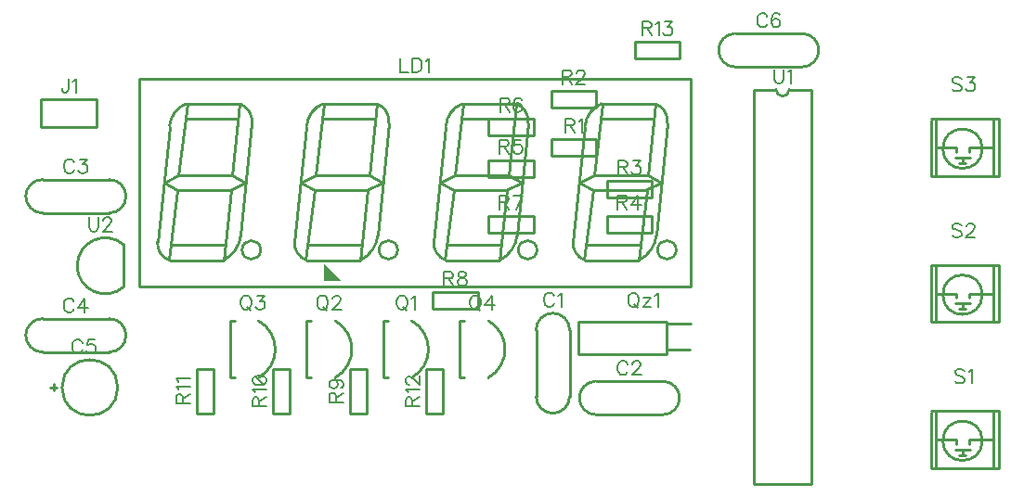
<source format=gbr>
G04 DipTrace 3.3.1.3*
G04 TopSilk.gbr*
%MOIN*%
G04 #@! TF.FileFunction,Legend,Top*
G04 #@! TF.Part,Single*
%ADD10C,0.009843*%
%ADD44C,0.00772*%
%FSLAX26Y26*%
G04*
G70*
G90*
G75*
G01*
G04 TopSilk*
%LPD*%
X2308701Y886321D2*
D10*
Y1126081D1*
X2428701Y886321D2*
Y1126081D1*
G03X2308701Y1126081I-60000J120D01*
G01*
Y886321D2*
G03X2428701Y886321I60000J-120D01*
G01*
X2763581Y821201D2*
X2523821D1*
X2763581Y941201D2*
X2523821D1*
G03X2523821Y821201I-120J-60000D01*
G01*
X2763581D2*
G03X2763581Y941201I120J60000D01*
G01*
X776081Y1546201D2*
X536321D1*
X776081Y1666201D2*
X536321D1*
G03X536321Y1546201I-120J-60000D01*
G01*
X776081D2*
G03X776081Y1666201I120J60000D01*
G01*
Y1046201D2*
X536321D1*
X776081Y1166201D2*
X536321D1*
G03X536321Y1046201I-120J-60000D01*
G01*
X776081D2*
G03X776081Y1166201I120J60000D01*
G01*
X576320Y906881D2*
Y930521D1*
X564501Y918701D2*
X588114D1*
X606265D2*
G02X606265Y918701I99965J0D01*
G01*
X3023821Y2191201D2*
X3263581D1*
X3023821Y2071201D2*
X3263581D1*
G03X3263581Y2191201I120J60000D01*
G01*
X3023821D2*
G03X3023821Y2071201I-120J-60000D01*
G01*
X531201Y1956201D2*
Y1856201D1*
X731201Y1956201D2*
X531201D1*
X731201D2*
Y1856201D1*
X531201D1*
X882480Y2029429D2*
X2862795D1*
Y1281398D1*
X882480D1*
Y2029429D1*
X1051797Y1938843D2*
G03X992784Y1860150I34386J-87261D01*
G01*
G36*
X1547866Y1301071D2*
Y1364055D1*
X1610840Y1301071D1*
X1547866D1*
G37*
X949415Y1442823D2*
D10*
X992784Y1856185D1*
X1248641Y1466461D2*
X1288049Y1868004D1*
X1024271Y1682941D2*
X1055758Y1938843D1*
X1244680D2*
G02X1288049Y1868004I-23279J-62947D01*
G01*
X992784Y1375874D2*
G02X949415Y1442823I20868J61039D01*
G01*
X1244680Y1938843D2*
X1217154Y1682941D1*
X1051797Y1938843D2*
X1244680D1*
X992784Y1375874D2*
X1185667D1*
X1024271Y1682941D2*
X972981Y1655413D1*
X1020310Y1627886D2*
X972981Y1655413D1*
X1020310Y1627886D2*
X988823Y1379839D1*
X1020310Y1627886D2*
X1209232D1*
X1264285Y1655413D1*
X1024271Y1682941D2*
X1217154D1*
X1264285Y1655413D1*
X1213193Y1627886D2*
X1185667Y1375874D1*
G03X1248641Y1466461I-52336J103566D01*
G01*
X1051797Y1883787D2*
X1236759D1*
X996744Y1431004D2*
X1189627D1*
X1252601Y1413313D2*
G02X1252601Y1413313I33467J0D01*
G01*
X1543906Y1938843D2*
G03X1484892Y1860150I34386J-87261D01*
G01*
X1441523Y1442823D2*
X1484892Y1856185D1*
X1740749Y1466461D2*
X1780157Y1868004D1*
X1516379Y1682941D2*
X1547866Y1938843D1*
X1736788D2*
G02X1780157Y1868004I-23279J-62947D01*
G01*
X1484892Y1375874D2*
G02X1441523Y1442823I20868J61039D01*
G01*
X1736788Y1938843D2*
X1709262Y1682941D1*
X1543906Y1938843D2*
X1736788D1*
X1484892Y1375874D2*
X1677775D1*
X1516379Y1682941D2*
X1465089Y1655413D1*
X1512419Y1627886D2*
X1465089Y1655413D1*
X1512419Y1627886D2*
X1480931Y1379839D1*
X1512419Y1627886D2*
X1701341D1*
X1756591Y1655413D1*
X1516379Y1682941D2*
X1709262D1*
X1756591Y1655413D1*
X1705301Y1627886D2*
X1677775Y1375874D1*
G03X1740749Y1466461I-52336J103566D01*
G01*
X1543906Y1883787D2*
X1728867D1*
X1488853Y1431004D2*
X1681735D1*
X1744709Y1413313D2*
G02X1744709Y1413313I33467J0D01*
G01*
X2043935Y1938843D2*
G03X1984922Y1860150I32773J-86051D01*
G01*
X1941553Y1442823D2*
X1984922Y1856185D1*
X2240778Y1466461D2*
X2280187Y1868004D1*
X2016409Y1682941D2*
X2047896Y1938843D1*
X2236818D2*
G02X2280187Y1868004I-23279J-62947D01*
G01*
X1984922Y1375874D2*
G02X1941553Y1442823I20868J61039D01*
G01*
X2236818Y1938843D2*
X2209291Y1682941D1*
X2043935Y1938843D2*
X2236818D1*
X1984922Y1375874D2*
X2177804D1*
X2016409Y1682941D2*
X1965119Y1655413D1*
X2012448Y1627886D2*
X1965119Y1655413D1*
X2012448Y1627886D2*
X1980961Y1379839D1*
X2012448Y1627886D2*
X2201370D1*
X2256423Y1655413D1*
X2016409Y1682941D2*
X2209291D1*
X2256423Y1655413D1*
X2205331Y1627886D2*
X2177804Y1375874D1*
G03X2240778Y1466461I-52336J103566D01*
G01*
X2043935Y1883787D2*
X2228896D1*
X1988684Y1431004D2*
X2181765D1*
X2244739Y1413313D2*
G02X2244739Y1413313I33467J0D01*
G01*
X2543965Y1938843D2*
G03X2484753Y1860150I34031J-87229D01*
G01*
X2441582Y1442823D2*
X2484753Y1856185D1*
X2740808Y1466461D2*
X2780216Y1868004D1*
X2516240Y1682941D2*
X2547925Y1938843D1*
X2736847D2*
G02X2780216Y1868004I-23279J-62947D01*
G01*
X2484753Y1375874D2*
G02X2441582Y1442823I21162J61039D01*
G01*
X2736847Y1938843D2*
X2709321Y1682941D1*
X2543965Y1938843D2*
X2736847D1*
X2484753Y1375874D2*
X2677834D1*
X2516240Y1682941D2*
X2465148Y1655413D1*
X2512478Y1627886D2*
X2465148Y1655413D1*
X2512478Y1627886D2*
X2480991Y1379839D1*
X2512478Y1627886D2*
X2701400D1*
X2756452Y1655413D1*
X2516240Y1682941D2*
X2709321D1*
X2756452Y1655413D1*
X2705360Y1627886D2*
X2677834Y1375874D1*
G03X2740808Y1466461I-52336J103566D01*
G01*
X2543965Y1883787D2*
X2728926D1*
X2488714Y1431004D2*
X2681596D1*
X2744769Y1413313D2*
G02X2744769Y1413313I33467J0D01*
G01*
X1862010Y1158555D2*
G02X1862010Y953846I-57324J-102355D01*
G01*
X1759646Y985323D2*
Y1131004D1*
X1775394Y1158555D2*
X1759646D1*
Y1131004D1*
X1775394Y953846D2*
X1759646D1*
Y989273D1*
X1587010Y1158555D2*
G02X1587010Y953846I-57324J-102355D01*
G01*
X1484646Y985323D2*
Y1131004D1*
X1500394Y1158555D2*
X1484646D1*
Y1131004D1*
X1500394Y953846D2*
X1484646D1*
Y989273D1*
X1312010Y1158555D2*
G02X1312010Y953846I-57324J-102355D01*
G01*
X1209646Y985323D2*
Y1131004D1*
X1225394Y1158555D2*
X1209646D1*
Y1131004D1*
X1225394Y953846D2*
X1209646D1*
Y989273D1*
X2137010Y1158555D2*
G02X2137010Y953846I-57324J-102355D01*
G01*
X2034646Y985323D2*
Y1131004D1*
X2050394Y1158555D2*
X2034646D1*
Y1131004D1*
X2050394Y953846D2*
X2034646D1*
Y989273D1*
X2776774Y1038093D2*
X2461811D1*
Y1156208D1*
X2776774D1*
Y1038093D1*
X2859460Y1053840D2*
X2776774D1*
X2863383Y1148334D2*
X2776774D1*
X2363551Y1811201D2*
Y1751201D1*
X2523851Y1811201D2*
X2363551D1*
X2523851D2*
Y1751201D1*
X2363551D1*
Y1986201D2*
Y1926201D1*
X2523851Y1986201D2*
X2363551D1*
X2523851D2*
Y1926201D1*
X2363551D1*
X2563551Y1661201D2*
Y1601201D1*
X2723851Y1661201D2*
X2563551D1*
X2723851D2*
Y1601201D1*
X2563551D1*
Y1536201D2*
Y1476201D1*
X2723851Y1536201D2*
X2563551D1*
X2723851D2*
Y1476201D1*
X2563551D1*
X2138551Y1736201D2*
Y1676201D1*
X2298851Y1736201D2*
X2138551D1*
X2298851D2*
Y1676201D1*
X2138551D1*
Y1886201D2*
Y1826201D1*
X2298851Y1886201D2*
X2138551D1*
X2298851D2*
Y1826201D1*
X2138551D1*
Y1536201D2*
Y1476201D1*
X2298851Y1536201D2*
X2138551D1*
X2298851D2*
Y1476201D1*
X2138551D1*
X1938551Y1261201D2*
Y1201201D1*
X2098851Y1261201D2*
X1938551D1*
X2098851D2*
Y1201201D1*
X1938551D1*
X1638701Y826051D2*
X1698701D1*
X1638701Y986351D2*
Y826051D1*
Y986351D2*
X1698701D1*
Y826051D1*
X1363701D2*
X1423701D1*
X1363701Y986351D2*
Y826051D1*
Y986351D2*
X1423701D1*
Y826051D1*
X1088701D2*
X1148701D1*
X1088701Y986351D2*
Y826051D1*
Y986351D2*
X1148701D1*
Y826051D1*
X1913701D2*
X1973701D1*
X1913701Y986351D2*
Y826051D1*
Y986351D2*
X1973701D1*
Y826051D1*
X2823851Y2101201D2*
Y2161201D1*
X2663551Y2101201D2*
X2823851D1*
X2663551D2*
Y2161201D1*
X2823851D1*
X3725598Y829618D2*
Y632784D1*
X3969679Y833567D2*
X3725598D1*
X3969679Y628834D2*
X3725598D1*
X3969679Y833531D2*
Y628834D1*
X3768886Y727269D2*
G02X3768886Y727269I70877J0D01*
G01*
X3745286Y829618D2*
Y632784D1*
X3949991Y829618D2*
Y632784D1*
X3946053Y731201D2*
X3902765D1*
X3816137D2*
X3745286D1*
X3863389D2*
X3902765D1*
X3812200Y695762D2*
X3867327D1*
X3816137Y715438D2*
Y731201D1*
X3863389Y715438D2*
Y731201D1*
X3839763Y695762D2*
Y680035D1*
X3827950Y676086D2*
X3851576D1*
X3725598Y1354618D2*
Y1157784D1*
X3969679Y1358567D2*
X3725598D1*
X3969679Y1153834D2*
X3725598D1*
X3969679Y1358531D2*
Y1153834D1*
X3768886Y1252269D2*
G02X3768886Y1252269I70877J0D01*
G01*
X3745286Y1354618D2*
Y1157784D1*
X3949991Y1354618D2*
Y1157784D1*
X3946053Y1256201D2*
X3902765D1*
X3816137D2*
X3745286D1*
X3863389D2*
X3902765D1*
X3812200Y1220762D2*
X3867327D1*
X3816137Y1240438D2*
Y1256201D1*
X3863389Y1240438D2*
Y1256201D1*
X3839763Y1220762D2*
Y1205035D1*
X3827950Y1201086D2*
X3851576D1*
X3725598Y1879618D2*
Y1682784D1*
X3969679Y1883567D2*
X3725598D1*
X3969679Y1678834D2*
X3725598D1*
X3969679Y1883531D2*
Y1678834D1*
X3768886Y1777269D2*
G02X3768886Y1777269I70877J0D01*
G01*
X3745286Y1879618D2*
Y1682784D1*
X3949991Y1879618D2*
Y1682784D1*
X3946053Y1781201D2*
X3902765D1*
X3816137D2*
X3745286D1*
X3863389D2*
X3902765D1*
X3812200Y1745762D2*
X3867327D1*
X3816137Y1765438D2*
Y1781201D1*
X3863389Y1765438D2*
Y1781201D1*
X3839763Y1745762D2*
Y1730035D1*
X3827950Y1726086D2*
X3851576D1*
X3091337Y1989862D2*
Y572539D1*
X3296065Y1989862D2*
Y572539D1*
X3091337D2*
X3296065D1*
X3091337Y1989862D2*
X3170070D1*
X3296065D2*
X3217332D1*
X3170070D2*
G03X3217332Y1989862I23631J103D01*
G01*
X828093Y1280580D2*
G02X828093Y1431821I-66569J75620D01*
G01*
Y1280580D1*
X2372919Y1247486D2*
D44*
X2370543Y1252239D1*
X2365734Y1257047D1*
X2360981Y1259424D1*
X2351420D1*
X2346611Y1257047D1*
X2341858Y1252239D1*
X2339426Y1247486D1*
X2337049Y1240301D1*
Y1228307D1*
X2339426Y1221177D1*
X2341858Y1216369D1*
X2346611Y1211616D1*
X2351420Y1209184D1*
X2360981D1*
X2365734Y1211616D1*
X2370543Y1216369D1*
X2372919Y1221177D1*
X2388359Y1249807D2*
X2393167Y1252239D1*
X2400352Y1259369D1*
Y1209184D1*
X2637169Y1002486D2*
X2634793Y1007239D1*
X2629984Y1012047D1*
X2625231Y1014424D1*
X2615670D1*
X2610861Y1012047D1*
X2606108Y1007239D1*
X2603676Y1002486D1*
X2601300Y995301D1*
Y983307D1*
X2603676Y976177D1*
X2606108Y971369D1*
X2610861Y966616D1*
X2615670Y964184D1*
X2625231D1*
X2629984Y966616D1*
X2634793Y971369D1*
X2637169Y976177D1*
X2655041Y1002430D2*
Y1004807D1*
X2657417Y1009616D1*
X2659794Y1011992D1*
X2664602Y1014369D1*
X2674164D1*
X2678917Y1011992D1*
X2681294Y1009616D1*
X2683725Y1004807D1*
Y1000054D1*
X2681294Y995245D1*
X2676540Y988116D1*
X2652609Y964184D1*
X2686102D1*
X649669Y1727486D2*
X647293Y1732239D1*
X642484Y1737047D1*
X637731Y1739424D1*
X628170D1*
X623361Y1737047D1*
X618608Y1732239D1*
X616176Y1727486D1*
X613800Y1720301D1*
Y1708307D1*
X616176Y1701177D1*
X618608Y1696369D1*
X623361Y1691616D1*
X628170Y1689184D1*
X637731D1*
X642484Y1691616D1*
X647293Y1696369D1*
X649669Y1701177D1*
X669917Y1739369D2*
X696170D1*
X681855Y1720245D1*
X689040D1*
X693794Y1717869D1*
X696170Y1715492D1*
X698602Y1708307D1*
Y1703554D1*
X696170Y1696369D1*
X691417Y1691561D1*
X684232Y1689184D1*
X677047D1*
X669917Y1691561D1*
X667541Y1693992D1*
X665109Y1698746D1*
X648481Y1227486D2*
X646105Y1232239D1*
X641296Y1237047D1*
X636543Y1239424D1*
X626981D1*
X622173Y1237047D1*
X617420Y1232239D1*
X614988Y1227486D1*
X612611Y1220301D1*
Y1208307D1*
X614988Y1201177D1*
X617420Y1196369D1*
X622173Y1191616D1*
X626981Y1189184D1*
X636543D1*
X641296Y1191616D1*
X646105Y1196369D1*
X648481Y1201177D1*
X687852Y1189184D2*
Y1239369D1*
X663920Y1205931D1*
X699790D1*
X678816Y1079986D2*
X676440Y1084739D1*
X671631Y1089547D1*
X666878Y1091924D1*
X657317D1*
X652508Y1089547D1*
X647755Y1084739D1*
X645323Y1079986D1*
X642947Y1072801D1*
Y1060807D1*
X645323Y1053677D1*
X647755Y1048869D1*
X652508Y1044116D1*
X657317Y1041684D1*
X666878D1*
X671631Y1044116D1*
X676440Y1048869D1*
X678816Y1053677D1*
X722941Y1091869D2*
X699064D1*
X696688Y1070369D1*
X699064Y1072745D1*
X706249Y1075177D1*
X713379D1*
X720564Y1072745D1*
X725372Y1067992D1*
X727749Y1060807D1*
Y1056054D1*
X725372Y1048869D1*
X720564Y1044060D1*
X713379Y1041684D1*
X706249D1*
X699064Y1044060D1*
X696688Y1046492D1*
X694256Y1051245D1*
X3138385Y2252486D2*
X3136009Y2257239D1*
X3131200Y2262047D1*
X3126447Y2264424D1*
X3116886D1*
X3112077Y2262047D1*
X3107324Y2257239D1*
X3104892Y2252486D1*
X3102515Y2245301D1*
Y2233307D1*
X3104892Y2226177D1*
X3107324Y2221369D1*
X3112077Y2216616D1*
X3116886Y2214184D1*
X3126447D1*
X3131200Y2216616D1*
X3136009Y2221369D1*
X3138385Y2226177D1*
X3182510Y2257239D2*
X3180133Y2261992D1*
X3172948Y2264369D1*
X3168195D1*
X3161010Y2261992D1*
X3156201Y2254807D1*
X3153825Y2242869D1*
Y2230931D1*
X3156201Y2221369D1*
X3161010Y2216561D1*
X3168195Y2214184D1*
X3170571D1*
X3177701Y2216561D1*
X3182510Y2221369D1*
X3184886Y2228554D1*
Y2230931D1*
X3182510Y2238116D1*
X3177701Y2242869D1*
X3170571Y2245245D1*
X3168195D1*
X3161010Y2242869D1*
X3156201Y2238116D1*
X3153825Y2230931D1*
X629450Y2029424D2*
Y1991177D1*
X627074Y1983992D1*
X624642Y1981616D1*
X619889Y1979184D1*
X615080D1*
X610327Y1981616D1*
X607950Y1983992D1*
X605519Y1991177D1*
Y1995931D1*
X644890Y2019807D2*
X649698Y2022239D1*
X656883Y2029369D1*
Y1979184D1*
X1820113Y2102652D2*
Y2052412D1*
X1848798D1*
X1864237Y2102652D2*
Y2052412D1*
X1880983D1*
X1888169Y2054844D1*
X1892977Y2059597D1*
X1895354Y2064406D1*
X1897730Y2071535D1*
Y2083529D1*
X1895354Y2090714D1*
X1892977Y2095467D1*
X1888169Y2100276D1*
X1880983Y2102652D1*
X1864237D1*
X1913169Y2093035D2*
X1917978Y2095467D1*
X1925163Y2102597D1*
Y2052412D1*
X1822326Y1249109D2*
X1817572Y1246788D1*
X1812764Y1241979D1*
X1810387Y1237171D1*
X1807956Y1229986D1*
Y1218047D1*
X1810387Y1210862D1*
X1812764Y1206109D1*
X1817572Y1201301D1*
X1822326Y1198924D1*
X1831887D1*
X1836696Y1201301D1*
X1841449Y1206109D1*
X1843826Y1210862D1*
X1846257Y1218047D1*
Y1229986D1*
X1843826Y1237171D1*
X1841449Y1241979D1*
X1836696Y1246788D1*
X1831887Y1249109D1*
X1822326D1*
X1829511Y1208486D2*
X1843826Y1194116D1*
X1861697Y1239492D2*
X1866505Y1241924D1*
X1873690Y1249054D1*
Y1198869D1*
X1536576Y1249109D2*
X1531823Y1246788D1*
X1527014Y1241979D1*
X1524638Y1237171D1*
X1522206Y1229986D1*
Y1218047D1*
X1524638Y1210862D1*
X1527014Y1206109D1*
X1531823Y1201301D1*
X1536576Y1198924D1*
X1546137D1*
X1550946Y1201301D1*
X1555699Y1206109D1*
X1558076Y1210862D1*
X1560507Y1218047D1*
Y1229986D1*
X1558076Y1237171D1*
X1555699Y1241979D1*
X1550946Y1246788D1*
X1546137Y1249109D1*
X1536576D1*
X1543761Y1208486D2*
X1558076Y1194116D1*
X1578379Y1237115D2*
Y1239492D1*
X1580755Y1244300D1*
X1583132Y1246677D1*
X1587940Y1249054D1*
X1597502D1*
X1602255Y1246677D1*
X1604632Y1244300D1*
X1607063Y1239492D1*
Y1234739D1*
X1604632Y1229930D1*
X1599878Y1222801D1*
X1575947Y1198869D1*
X1609440D1*
X1261576Y1249109D2*
X1256823Y1246788D1*
X1252014Y1241979D1*
X1249638Y1237171D1*
X1247206Y1229986D1*
Y1218047D1*
X1249638Y1210862D1*
X1252014Y1206109D1*
X1256823Y1201301D1*
X1261576Y1198924D1*
X1271137D1*
X1275946Y1201301D1*
X1280699Y1206109D1*
X1283076Y1210862D1*
X1285507Y1218047D1*
Y1229986D1*
X1283076Y1237171D1*
X1280699Y1241979D1*
X1275946Y1246788D1*
X1271137Y1249109D1*
X1261576D1*
X1268761Y1208486D2*
X1283076Y1194116D1*
X1305755Y1249054D2*
X1332008D1*
X1317693Y1229930D1*
X1324878D1*
X1329632Y1227554D1*
X1332008Y1225177D1*
X1334440Y1217992D1*
Y1213239D1*
X1332008Y1206054D1*
X1327255Y1201245D1*
X1320070Y1198869D1*
X1312885D1*
X1305755Y1201245D1*
X1303379Y1203677D1*
X1300947Y1208431D1*
X2085387Y1249109D2*
X2080634Y1246788D1*
X2075826Y1241979D1*
X2073449Y1237171D1*
X2071017Y1229986D1*
Y1218047D1*
X2073449Y1210862D1*
X2075826Y1206109D1*
X2080634Y1201301D1*
X2085387Y1198924D1*
X2094949D1*
X2099758Y1201301D1*
X2104511Y1206109D1*
X2106887Y1210862D1*
X2109319Y1218047D1*
Y1229986D1*
X2106887Y1237171D1*
X2104511Y1241979D1*
X2099758Y1246788D1*
X2094949Y1249109D1*
X2085387D1*
X2092572Y1208486D2*
X2106887Y1194116D1*
X2148690Y1198869D2*
Y1249054D1*
X2124758Y1215616D1*
X2160628D1*
X2653149Y1258951D2*
X2648396Y1256630D1*
X2643587Y1251822D1*
X2641211Y1247013D1*
X2638779Y1239828D1*
Y1227890D1*
X2641211Y1220705D1*
X2643587Y1215952D1*
X2648396Y1211143D1*
X2653149Y1208767D1*
X2662710D1*
X2667519Y1211143D1*
X2672272Y1215952D1*
X2674649Y1220705D1*
X2677080Y1227890D1*
Y1239828D1*
X2674649Y1247013D1*
X2672272Y1251822D1*
X2667519Y1256630D1*
X2662710Y1258951D1*
X2653149D1*
X2660334Y1218328D2*
X2674649Y1203958D1*
X2692520Y1242205D2*
X2718828D1*
X2692520Y1208711D1*
X2718828D1*
X2734267Y1249335D2*
X2739076Y1251766D1*
X2746261Y1258896D1*
Y1208711D1*
X2413238Y1860492D2*
X2434738D1*
X2441923Y1862924D1*
X2444354Y1865301D1*
X2446731Y1870054D1*
Y1874862D1*
X2444354Y1879615D1*
X2441923Y1882047D1*
X2434738Y1884424D1*
X2413238D1*
Y1834184D1*
X2429984Y1860492D2*
X2446731Y1834184D1*
X2462170Y1874807D2*
X2466979Y1877239D1*
X2474164Y1884369D1*
Y1834184D1*
X2402488Y2035492D2*
X2423988D1*
X2431173Y2037924D1*
X2433605Y2040301D1*
X2435981Y2045054D1*
Y2049862D1*
X2433605Y2054615D1*
X2431173Y2057047D1*
X2423988Y2059424D1*
X2402488D1*
Y2009184D1*
X2419234Y2035492D2*
X2435981Y2009184D1*
X2453852Y2047430D2*
Y2049807D1*
X2456229Y2054615D1*
X2458605Y2056992D1*
X2463414Y2059369D1*
X2472976D1*
X2477729Y2056992D1*
X2480105Y2054615D1*
X2482537Y2049807D1*
Y2045054D1*
X2480105Y2040245D1*
X2475352Y2033116D1*
X2451420Y2009184D1*
X2484914D1*
X2602488Y1710492D2*
X2623988D1*
X2631173Y1712924D1*
X2633605Y1715301D1*
X2635981Y1720054D1*
Y1724862D1*
X2633605Y1729615D1*
X2631173Y1732047D1*
X2623988Y1734424D1*
X2602488D1*
Y1684184D1*
X2619234Y1710492D2*
X2635981Y1684184D1*
X2656229Y1734369D2*
X2682482D1*
X2668167Y1715245D1*
X2675352D1*
X2680105Y1712869D1*
X2682482Y1710492D1*
X2684914Y1703307D1*
Y1698554D1*
X2682482Y1691369D1*
X2677729Y1686560D1*
X2670544Y1684184D1*
X2663359D1*
X2656229Y1686560D1*
X2653852Y1688992D1*
X2651420Y1693745D1*
X2601300Y1585492D2*
X2622799D1*
X2629984Y1587924D1*
X2632416Y1590301D1*
X2634793Y1595054D1*
Y1599862D1*
X2632416Y1604615D1*
X2629984Y1607047D1*
X2622799Y1609424D1*
X2601300D1*
Y1559184D1*
X2618046Y1585492D2*
X2634793Y1559184D1*
X2674164D2*
Y1609369D1*
X2650232Y1575931D1*
X2686102D1*
X2177488Y1785492D2*
X2198988D1*
X2206173Y1787924D1*
X2208605Y1790301D1*
X2210981Y1795054D1*
Y1799862D1*
X2208605Y1804615D1*
X2206173Y1807047D1*
X2198988Y1809424D1*
X2177488D1*
Y1759184D1*
X2194234Y1785492D2*
X2210981Y1759184D1*
X2255105Y1809369D2*
X2231229D1*
X2228852Y1787869D1*
X2231229Y1790245D1*
X2238414Y1792677D1*
X2245544D1*
X2252729Y1790245D1*
X2257537Y1785492D1*
X2259914Y1778307D1*
Y1773554D1*
X2257537Y1766369D1*
X2252729Y1761560D1*
X2245544Y1759184D1*
X2238414D1*
X2231229Y1761560D1*
X2228852Y1763992D1*
X2226420Y1768745D1*
X2178704Y1935492D2*
X2200204D1*
X2207389Y1937924D1*
X2209821Y1940301D1*
X2212197Y1945054D1*
Y1949862D1*
X2209821Y1954615D1*
X2207389Y1957047D1*
X2200204Y1959424D1*
X2178704D1*
Y1909184D1*
X2195450Y1935492D2*
X2212197Y1909184D1*
X2256321Y1952239D2*
X2253945Y1956992D1*
X2246760Y1959369D1*
X2242006D1*
X2234821Y1956992D1*
X2230013Y1949807D1*
X2227636Y1937869D1*
Y1925931D1*
X2230013Y1916369D1*
X2234821Y1911560D1*
X2242006Y1909184D1*
X2244383D1*
X2251513Y1911560D1*
X2256321Y1916369D1*
X2258698Y1923554D1*
Y1925931D1*
X2256321Y1933116D1*
X2251513Y1937869D1*
X2244383Y1940245D1*
X2242006D1*
X2234821Y1937869D1*
X2230013Y1933116D1*
X2227636Y1925931D1*
X2177488Y1585492D2*
X2198988D1*
X2206173Y1587924D1*
X2208605Y1590301D1*
X2210981Y1595054D1*
Y1599862D1*
X2208605Y1604615D1*
X2206173Y1607047D1*
X2198988Y1609424D1*
X2177488D1*
Y1559184D1*
X2194234Y1585492D2*
X2210981Y1559184D1*
X2235982D2*
X2259914Y1609369D1*
X2226420D1*
X1977515Y1310492D2*
X1999015D1*
X2006200Y1312924D1*
X2008632Y1315301D1*
X2011009Y1320054D1*
Y1324862D1*
X2008632Y1329615D1*
X2006200Y1332047D1*
X1999015Y1334424D1*
X1977515D1*
Y1284184D1*
X1994262Y1310492D2*
X2011009Y1284184D1*
X2038386Y1334369D2*
X2031256Y1331992D1*
X2028825Y1327239D1*
Y1322430D1*
X2031256Y1317677D1*
X2036010Y1315245D1*
X2045571Y1312869D1*
X2052756Y1310492D1*
X2057510Y1305684D1*
X2059886Y1300931D1*
Y1293745D1*
X2057510Y1288992D1*
X2055133Y1286560D1*
X2047948Y1284184D1*
X2038386D1*
X2031256Y1286560D1*
X2028825Y1288992D1*
X2026448Y1293745D1*
Y1300931D1*
X2028825Y1305684D1*
X2033633Y1310492D1*
X2040763Y1312869D1*
X2050324Y1315245D1*
X2055133Y1317677D1*
X2057510Y1322430D1*
Y1327239D1*
X2055133Y1331992D1*
X2047948Y1334369D1*
X2038386D1*
X1589409Y866176D2*
Y887676D1*
X1586978Y894861D1*
X1584601Y897293D1*
X1579848Y899670D1*
X1575039D1*
X1570286Y897293D1*
X1567854Y894861D1*
X1565478Y887676D1*
Y866176D1*
X1615718D1*
X1589409Y882923D2*
X1615718Y899669D1*
X1582224Y946225D2*
X1589409Y943794D1*
X1594218Y939040D1*
X1596595Y931855D1*
Y929479D1*
X1594218Y922294D1*
X1589409Y917541D1*
X1582224Y915109D1*
X1579848D1*
X1572663Y917541D1*
X1567910Y922294D1*
X1565533Y929479D1*
Y931855D1*
X1567910Y939040D1*
X1572663Y943794D1*
X1582224Y946225D1*
X1594218D1*
X1606156Y943794D1*
X1613341Y939040D1*
X1615718Y931855D1*
Y927102D1*
X1613341Y919917D1*
X1608533Y917541D1*
X1314409Y851272D2*
Y872771D1*
X1311978Y879956D1*
X1309601Y882388D1*
X1304848Y884765D1*
X1300039D1*
X1295286Y882388D1*
X1292854Y879956D1*
X1290478Y872771D1*
Y851272D1*
X1340718D1*
X1314409Y868018D2*
X1340718Y884765D1*
X1300095Y900204D2*
X1297663Y905013D1*
X1290533Y912198D1*
X1340718D1*
X1290533Y942007D2*
X1292910Y934822D1*
X1300095Y930013D1*
X1312033Y927637D1*
X1319218D1*
X1331156Y930013D1*
X1338341Y934822D1*
X1340718Y942007D1*
Y946760D1*
X1338341Y953945D1*
X1331156Y958698D1*
X1319218Y961130D1*
X1312033D1*
X1300095Y958698D1*
X1292910Y953945D1*
X1290533Y946760D1*
Y942007D1*
X1300095Y958698D2*
X1331156Y930013D1*
X1039409Y862022D2*
Y883521D1*
X1036978Y890706D1*
X1034601Y893138D1*
X1029848Y895515D1*
X1025039D1*
X1020286Y893138D1*
X1017854Y890706D1*
X1015478Y883521D1*
Y862022D1*
X1065718D1*
X1039409Y878768D2*
X1065718Y895515D1*
X1025095Y910954D2*
X1022663Y915762D1*
X1015533Y922948D1*
X1065718Y922947D1*
X1025095Y938387D2*
X1022663Y943195D1*
X1015533Y950380D1*
X1065718D1*
X1864409Y851272D2*
Y872771D1*
X1861978Y879956D1*
X1859601Y882388D1*
X1854848Y884765D1*
X1850039D1*
X1845286Y882388D1*
X1842854Y879956D1*
X1840478Y872771D1*
Y851272D1*
X1890718D1*
X1864409Y868018D2*
X1890718Y884765D1*
X1850095Y900204D2*
X1847663Y905013D1*
X1840533Y912198D1*
X1890718D1*
X1852471Y930069D2*
X1850095D1*
X1845286Y932445D1*
X1842910Y934822D1*
X1840533Y939630D1*
Y949192D1*
X1842910Y953945D1*
X1845286Y956322D1*
X1850095Y958754D1*
X1854848D1*
X1859656Y956322D1*
X1866786Y951569D1*
X1890718Y927637D1*
Y961130D1*
X2688771Y2210492D2*
X2710271D1*
X2717456Y2212924D1*
X2719888Y2215301D1*
X2722265Y2220054D1*
Y2224862D1*
X2719888Y2229615D1*
X2717456Y2232047D1*
X2710271Y2234424D1*
X2688771D1*
Y2184184D1*
X2705518Y2210492D2*
X2722265Y2184184D1*
X2737704Y2224807D2*
X2742512Y2227239D1*
X2749698Y2234369D1*
Y2184184D1*
X2769945Y2234369D2*
X2796198D1*
X2781883Y2215245D1*
X2789068D1*
X2793822Y2212869D1*
X2796198Y2210492D1*
X2798630Y2203307D1*
Y2198554D1*
X2796198Y2191369D1*
X2791445Y2186560D1*
X2784260Y2184184D1*
X2777075D1*
X2769945Y2186560D1*
X2767569Y2188992D1*
X2765137Y2193745D1*
X3846731Y976766D2*
X3841978Y981575D1*
X3834793Y983951D1*
X3825231D1*
X3818046Y981575D1*
X3813238Y976766D1*
Y972013D1*
X3815670Y967205D1*
X3818046Y964828D1*
X3822799Y962452D1*
X3837169Y957643D1*
X3841978Y955267D1*
X3844354Y952835D1*
X3846731Y948081D1*
Y940896D1*
X3841978Y936143D1*
X3834793Y933711D1*
X3825231D1*
X3818046Y936143D1*
X3813238Y940896D1*
X3862170Y974335D2*
X3866979Y976766D1*
X3874164Y983896D1*
Y933711D1*
X3835981Y1501766D2*
X3831228Y1506575D1*
X3824043Y1508951D1*
X3814481D1*
X3807296Y1506575D1*
X3802488Y1501766D1*
Y1497013D1*
X3804920Y1492205D1*
X3807296Y1489828D1*
X3812049Y1487452D1*
X3826420Y1482643D1*
X3831228Y1480267D1*
X3833605Y1477835D1*
X3835981Y1473081D1*
Y1465896D1*
X3831228Y1461143D1*
X3824043Y1458711D1*
X3814481D1*
X3807296Y1461143D1*
X3802488Y1465896D1*
X3853852Y1496958D2*
Y1499335D1*
X3856229Y1504143D1*
X3858605Y1506520D1*
X3863414Y1508896D1*
X3872976D1*
X3877729Y1506520D1*
X3880105Y1504143D1*
X3882537Y1499335D1*
Y1494581D1*
X3880105Y1489773D1*
X3875352Y1482643D1*
X3851420Y1458711D1*
X3884914D1*
X3835981Y2026766D2*
X3831228Y2031575D1*
X3824043Y2033951D1*
X3814481D1*
X3807296Y2031575D1*
X3802488Y2026766D1*
Y2022013D1*
X3804920Y2017205D1*
X3807296Y2014828D1*
X3812049Y2012452D1*
X3826420Y2007643D1*
X3831228Y2005267D1*
X3833605Y2002835D1*
X3835981Y1998081D1*
Y1990896D1*
X3831228Y1986143D1*
X3824043Y1983711D1*
X3814481D1*
X3807296Y1986143D1*
X3802488Y1990896D1*
X3856229Y2033896D2*
X3882482D1*
X3868167Y2014773D1*
X3875352D1*
X3880105Y2012396D1*
X3882482Y2010020D1*
X3884914Y2002835D1*
Y1998081D1*
X3882482Y1990896D1*
X3877729Y1986088D1*
X3870544Y1983711D1*
X3863359D1*
X3856229Y1986088D1*
X3853852Y1988520D1*
X3851420Y1993273D1*
X3163238Y2063085D2*
Y2027215D1*
X3165614Y2020030D1*
X3170423Y2015277D1*
X3177608Y2012845D1*
X3182361D1*
X3189546Y2015277D1*
X3194354Y2020030D1*
X3196731Y2027215D1*
Y2063085D1*
X3212170Y2053468D2*
X3216979Y2055900D1*
X3224164Y2063030D1*
Y2012845D1*
X703221Y1530171D2*
Y1494301D1*
X705598Y1487116D1*
X710406Y1482363D1*
X717592Y1479931D1*
X722345D1*
X729530Y1482363D1*
X734338Y1487116D1*
X736715Y1494301D1*
Y1530171D1*
X754586Y1518177D2*
Y1520554D1*
X756962Y1525362D1*
X759339Y1527739D1*
X764147Y1530115D1*
X773709D1*
X778462Y1527739D1*
X780839Y1525362D1*
X783271Y1520554D1*
Y1515801D1*
X780839Y1510992D1*
X776086Y1503862D1*
X752154Y1479931D1*
X785647D1*
M02*

</source>
